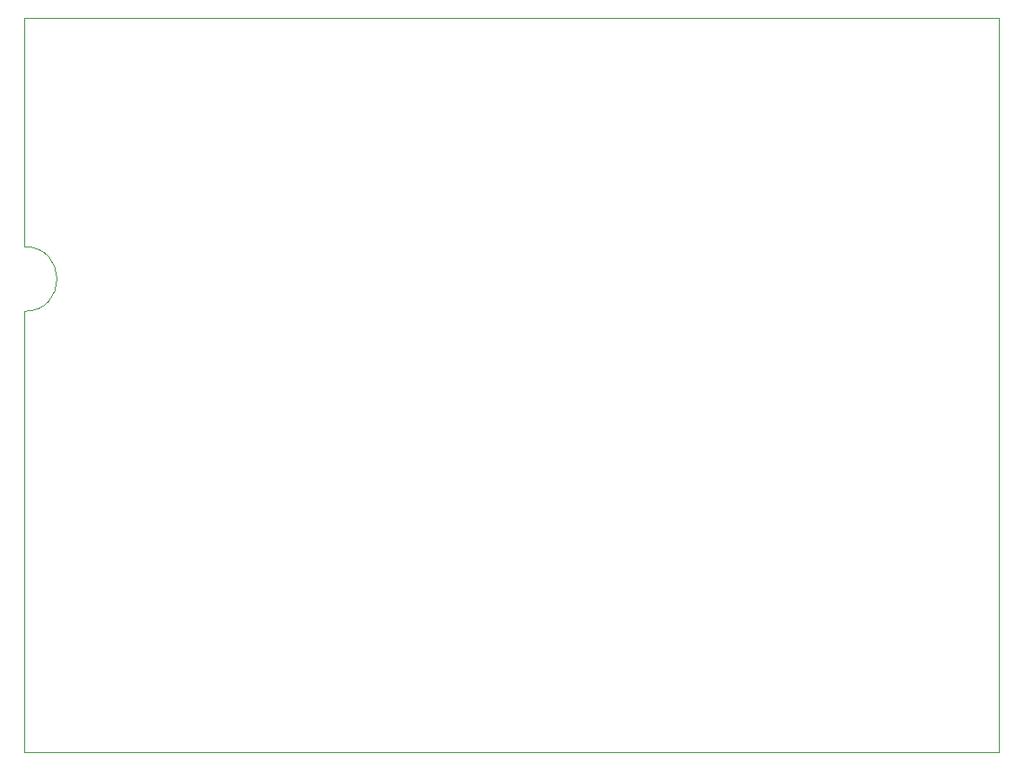
<source format=gbr>
%TF.GenerationSoftware,KiCad,Pcbnew,5.1.6-c6e7f7d~87~ubuntu18.04.1*%
%TF.CreationDate,2020-12-14T21:37:13-05:00*%
%TF.ProjectId,remote,72656d6f-7465-42e6-9b69-6361645f7063,rev?*%
%TF.SameCoordinates,Original*%
%TF.FileFunction,Profile,NP*%
%FSLAX46Y46*%
G04 Gerber Fmt 4.6, Leading zero omitted, Abs format (unit mm)*
G04 Created by KiCad (PCBNEW 5.1.6-c6e7f7d~87~ubuntu18.04.1) date 2020-12-14 21:37:13*
%MOMM*%
%LPD*%
G01*
G04 APERTURE LIST*
%TA.AperFunction,Profile*%
%ADD10C,0.050000*%
%TD*%
G04 APERTURE END LIST*
D10*
X62992000Y-84582000D02*
G75*
G02*
X62992000Y-90678000I0J-3048000D01*
G01*
X62992000Y-84582000D02*
X62992000Y-62992000D01*
X62992000Y-62992000D02*
X154940000Y-62992000D01*
X154940000Y-132334000D02*
X154940000Y-62992000D01*
X62992000Y-90678000D02*
X62992000Y-132334000D01*
X62992000Y-132334000D02*
X154940000Y-132334000D01*
M02*

</source>
